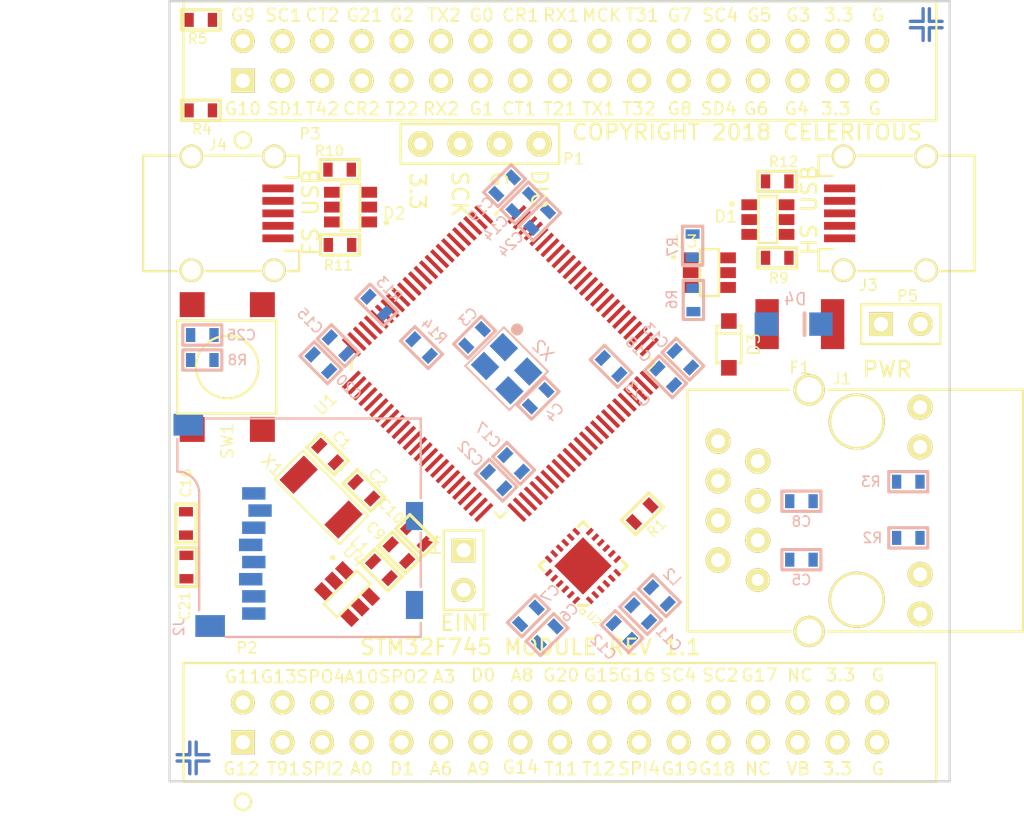
<source format=kicad_pcb>
(kicad_pcb (version 20221018) (generator pcbnew)
  (layers (0 "F.Cu" signal) (1 "In1.Cu" power "+3.3V") (2 "In2.Cu" power "GND") (31 "B.Cu" signal) (34 "B.Paste" user) (35 "F.Paste" user) (36 "B.SilkS" user "B.Silkscreen") (37 "F.SilkS" user "F.Silkscreen") (38 "B.Mask" user) (39 "F.Mask" user) (44 "Edge.Cuts" user))
  (net 0 "")
  (net 1 "/OSC32IN")
  (net 2 "GND")
  (net 3 "/OSC32OUT")
  (net 4 "/OSCHSIN")
  (net 5 "/OSCHSOUT")
  (net 6 "/USB_HS_DM")
  (net 7 "/USB_HS_DP")
  (net 8 "Net-(D1-Pad4)")
  (net 9 "Net-(D1-Pad6)")
  (net 10 "/USB_FS_DM")
  (net 11 "/USB_FS_DP")
  (net 12 "Net-(D2-Pad4)")
  (net 13 "Net-(D2-Pad6)")
  (net 14 "/SDMMC_D1")
  (net 15 "/SDMMC_D0")
  (net 16 "/SDMMC_CK")
  (net 17 "/SDMMC_CMD")
  (net 18 "/SDMMC_D3")
  (net 19 "/SDMMC_D2")
  (net 20 "/JTAG_SWDIO")
  (net 21 "/JTAG_SWCLK")
  (net 22 "/GPIO_11")
  (net 23 "/GPIO_12")
  (net 24 "/GPIO_13")
  (net 25 "/TIM9_CH1")
  (net 26 "/SPI4_MOSI")
  (net 27 "/ADC_10")
  (net 28 "/SPI2_MISO")
  (net 29 "/SPI2_MOSI")
  (net 30 "/ADC_0")
  (net 31 "/ADC_3")
  (net 32 "/DAC_1")
  (net 33 "/DAC_0")
  (net 34 "/ADC_6")
  (net 35 "/ADC_8")
  (net 36 "/ADC_9")
  (net 37 "/GPIO_20")
  (net 38 "/GPIO_14")
  (net 39 "/GPIO_15")
  (net 40 "/TIM1_CH1")
  (net 41 "/GPIO_16")
  (net 42 "/TIM1_CH2")
  (net 43 "/GPIO_17")
  (net 44 "/SPI4_MISO")
  (net 45 "/GPIO_18")
  (net 46 "/GPIO_19")
  (net 47 "/SPI2_SCK")
  (net 48 "/GPIO_9")
  (net 49 "/GPIO_10")
  (net 50 "/I2C1_SCL")
  (net 51 "/I2C1_SDA")
  (net 52 "/CAN2_TX")
  (net 53 "/TIM4_CH2")
  (net 54 "/GPIO_21")
  (net 55 "/CAN2_RX")
  (net 56 "/GPIO_2")
  (net 57 "/TIM2_CH2")
  (net 58 "/USART2_TX")
  (net 59 "/USART2_RX")
  (net 60 "/GPIO_0")
  (net 61 "/GPIO_1")
  (net 62 "/CAN1_RX")
  (net 63 "/CAN1_TX")
  (net 64 "/USART1_RX")
  (net 65 "/TIM2_CH1")
  (net 66 "/MCLKOUT")
  (net 67 "/USART1_TX")
  (net 68 "/TIM3_CH1")
  (net 69 "/TIM3_CH2")
  (net 70 "/GPIO_7")
  (net 71 "/GPIO_8")
  (net 72 "/I2C4_SCL")
  (net 73 "/I2C4_SDA")
  (net 74 "/GPIO_5")
  (net 75 "/GPIO_6")
  (net 76 "/GPIO_3")
  (net 77 "/GPIO_4")
  (net 78 "/ETH_MDC")
  (net 79 "/ETH_REF_CLK")
  (net 80 "/ETH_MDIO")
  (net 81 "/ETH_CRS_DV")
  (net 82 "/ETH_RXD0")
  (net 83 "/ETH_RXD1")
  (net 84 "/ETH_TXD0")
  (net 85 "/ETH_TXD1")
  (net 86 "Net-(J1-Pad9)")
  (net 87 "Net-(J1-Pad11)")
  (net 88 "/VBATT")
  (net 89 "/+3.3VANA")
  (net 90 "/VCAP1")
  (net 91 "/VCAP2")
  (net 92 "/ETH_RXM")
  (net 93 "/ETH_RXP")
  (net 94 "/ETH_TXM")
  (net 95 "/ETH_TXP")
  (net 96 "/ETH_TXC")
  (net 97 "Net-(C6-Pad1)")
  (net 98 "/ETH_RXC")
  (net 99 "/+3.3VETH")
  (net 100 "+3.3V")
  (net 101 "Net-(F1-Pad2)")
  (net 102 "/+3.3VEXT")
  (net 103 "/ETH_INT")
  (net 104 "Net-(R1-Pad2)")
  (net 105 "/ETH_LED")
  (net 106 "/+3.0VREF")
  (net 107 "/MCU_RST")
  (net 108 "Net-(C25-Pad1)")
  (net 109 "Net-(J3-Pad1)")
  (net 110 "Net-(J4-Pad1)")
  (net 111 "/SPI4_SCK")
  (net 112 "Net-(J1-Pad7)")
  (net 113 "Net-(J3-Pad4)")
  (net 114 "Net-(J4-Pad4)")
  (net 115 "Net-(P2-Pad27)")
  (net 116 "Net-(P2-Pad30)")
  (net 117 "/BOOT0")
  (net 118 "/ETH_TX_EN")
  (net 119 "Net-(U2-Pad7)")
  (net 120 "Net-(U2-Pad17)")
  (net 121 "/ETH_TXEN")
  (footprint "KiCad:P0603" (layer "F.Cu") (at 65.125 135.025 -45)
    (fp_text reference "C1")
    (fp_text value "12pF" hide)
  )
  (footprint "KiCad:P0603" (layer "F.Cu") (at 67.45 137.35 135)
    (fp_text reference "C2")
    (fp_text value "12pF" hide)
  )
  (footprint "KiCad:SOT23-6" (layer "F.Cu") (at 94.55 120 -90)
    (fp_text reference "D1")
    (fp_text value "USBLC6-2" hide)
  )
  (footprint "KiCad:SOT23-6" (layer "F.Cu") (at 65.4 119.2 90)
    (fp_text reference "D2")
    (fp_text value "USBLC6-2" hide)
  )
  (footprint "KiCad:CONNECTOR_ETHERNET_SI60062" (layer "F.Cu") (at 92.7 143.1 90)
    (fp_text reference "J1")
    (fp_text value "CONNECTOR_RJ45_SI-60062" hide)
  )
  (footprint "KiCad:CONN_USB_UX60-MB" (layer "F.Cu") (at 98 119.6 90)
    (fp_text reference "J3")
    (fp_text value "USB_MINI_B_SMD" hide)
  )
  (footprint "KiCad:CONN_USB_UX60-MB" (layer "F.Cu") (at 61.9 119.6 -90)
    (fp_text reference "J4")
    (fp_text value "USB_MINI_B_SMD" hide)
  )
  (footprint "KiCad:QFP_100_14X14_0.5" (layer "F.Cu") (at 76.2 129.225 45)
    (fp_text reference "U1")
    (fp_text value "STM32F745VE" hide)
  )
  (footprint "KiCad:QFN24_4X4mm_0.5mm_PWR" (layer "F.Cu") (at 81.5 142.2 135)
    (fp_text reference "U2")
    (fp_text value "KSZ8081RNA" hide)
  )
  (footprint "KiCad:SOT23-6" (layer "F.Cu") (at 90.8 123.4 -90)
    (fp_text reference "U3")
    (fp_text value "24AA02E64OT" hide)
  )
  (footprint "KiCad:XTAL_1.8X4.9mm" (layer "F.Cu") (at 63.275 136.35 -45)
    (fp_text reference "X1")
    (fp_text value "ABS10-32.768kHz" hide)
  )
  (footprint "KiCad:Header_2x17_Shrouded_100mil" (layer "F.Cu") (at 59.7 153.5)
    (fp_text reference "P2")
    (fp_text value "Header_2x17" hide)
  )
  (footprint "KiCad:Header_2x17_Shrouded_100mil" (layer "F.Cu") (at 59.7 111.1)
    (fp_text reference "P3")
    (fp_text value "Header_2x17" hide)
  )
  (footprint "KiCad:P0603" (layer "F.Cu") (at 69.7 141.35 -45)
    (fp_text reference "C9")
    (fp_text value "0.10uF" hide)
  )
  (footprint "KiCad:P0603" (layer "F.Cu") (at 70.825 140.25 -45)
    (fp_text reference "C10")
    (fp_text value "10.0uF" hide)
  )
  (footprint "KiCad:P0603" (layer "F.Cu") (at 56.05 139.475 90)
    (fp_text reference "C16")
    (fp_text value "0.10uF" hide)
  )
  (footprint "KiCad:P0603" (layer "F.Cu") (at 56.08 142.27 -90)
    (fp_text reference "C21")
    (fp_text value "10.0uF" hide)
  )
  (footprint "KiCad:SOD123" (layer "F.Cu") (at 90.85 128 -90)
    (fp_text reference "D3")
    (fp_text value "SMP3V3" hide)
  )
  (footprint "KiCad:P1812" (layer "F.Cu") (at 95.4 126.7)
    (fp_text reference "F1")
    (fp_text value "FUSE_PTC_.75A_33V" hide)
  )
  (footprint "KiCad:P0603" (layer "F.Cu") (at 68.575 142.45 135)
    (fp_text reference "L1")
    (fp_text value "FERRITE_BEAD" hide)
  )
  (footprint "KiCad:Header_2x1_Shrouded_100mil" (layer "F.Cu") (at 73.85 141.2 180)
    (fp_text reference "P4")
    (fp_text value "Header_2x1" hide)
  )
  (footprint "KiCad:Header_2x1_Shrouded_100mil" (layer "F.Cu") (at 100.6 126.7 -90)
    (fp_text reference "P5")
    (fp_text value "Header_2x1" hide)
  )
  (footprint "KiCad:P0603" (layer "F.Cu") (at 85.3 138.85 -135)
    (fp_text reference "R1")
    (fp_text value "6.49kΩ" hide)
  )
  (footprint "KiCad:SOT23-6" (layer "F.Cu") (at 67.225 144.85 -135)
    (fp_text reference "U4")
    (fp_text value "MCP1501-30" hide)
  )
  (footprint "KiCad:Connector_1x4_100mil_TH" (layer "F.Cu") (at 78.7 115.15 -90)
    (fp_text reference "P1")
    (fp_text value "CONN_1x4" hide)
  )
  (footprint "Kicad:P0603" (layer "F.Cu") (at 57 113 180)
    (fp_text reference "R4")
    (fp_text value "4.70kΩ" hide)
  )
  (footprint "Kicad:P0603" (layer "F.Cu") (at 57 107.2 180)
    (fp_text reference "R5")
    (fp_text value "4.70kΩ" hide)
  )
  (footprint "Kicad:SWITCH_6MM_PB" (layer "F.Cu") (at 58.7 129.45 -90)
    (fp_text reference "SW1")
    (fp_text value "PUSHBUTTON_SPST_6MM_SMD" hide)
  )
  (footprint "Kicad:FIDUCIAL_TOP" (layer "F.Cu") (at 56.5 154.5)
    (fp_text reference "REF03" hide)
    (fp_text value "FIDUCIAL_TOP" hide)
  )
  (footprint "Kicad:FIDUCIAL_TOP" (layer "F.Cu") (at 103.5 107.5)
    (fp_text reference "REF02" hide)
    (fp_text value "FIDUCIAL_TOP" hide)
  )
  (footprint "Kicad:FIDUCIAL_BOTTOM" (layer "F.Cu") (at 56.5 154.5)
    (fp_text reference "REF04" hide)
    (fp_text value "FIDUCIAL_BOTTOM" hide)
  )
  (footprint "Kicad:FIDUCIAL_BOTTOM" (layer "F.Cu") (at 103.5 107.5)
    (fp_text reference "REF01" hide)
    (fp_text value "FIDUCIAL_BOTTOM" hide)
  )
  (footprint "Kicad:P0603" (layer "F.Cu") (at 93.95 122.45)
    (fp_text reference "R9")
    (fp_text value "ZERO_Ω" hide)
  )
  (footprint "Kicad:P0603" (layer "F.Cu") (at 65.9 116.8 180)
    (fp_text reference "R10")
    (fp_text value "ZERO_Ω" hide)
  )
  (footprint "Kicad:P0603" (layer "F.Cu") (at 65.925 121.625 180)
    (fp_text reference "R11")
    (fp_text value "1.50kΩ" hide)
  )
  (footprint "Kicad:P0603" (layer "F.Cu") (at 93.95 117.55 180)
    (fp_text reference "R12")
    (fp_text value "1.50kΩ" hide)
  )
  (footprint "KiCad:P0603" (layer "B.Cu") (at 74.55 127.55 -135)
    (fp_text reference "C3")
    (fp_text value "12pF" hide)
  )
  (footprint "KiCad:P0603" (layer "B.Cu") (at 78.625 131.45 45)
    (fp_text reference "C4")
    (fp_text value "12pF" hide)
  )
  (footprint "KiCad:XTAL_3.2X2.5" (layer "B.Cu") (at 76.425 128.175 -45)
    (fp_text reference "X2")
    (fp_text value "ABM8G-12.00MHz" hide)
  )
  (footprint "KiCad:P0603" (layer "B.Cu") (at 95.5 141.8)
    (fp_text reference "C5")
    (fp_text value "0.10uF" hide)
  )
  (footprint "KiCad:P0603" (layer "B.Cu") (at 79.2 146.6 -135)
    (fp_text reference "C6")
    (fp_text value "0.10uF" hide)
  )
  (footprint "KiCad:P0603" (layer "B.Cu") (at 78 145.4 -135)
    (fp_text reference "C7")
    (fp_text value "2.2uF" hide)
  )
  (footprint "KiCad:P0603" (layer "B.Cu") (at 95.5 138.05)
    (fp_text reference "C8")
    (fp_text value "0.10uF" hide)
  )
  (footprint "KiCad:P0603" (layer "B.Cu") (at 85.2 145.25 -45)
    (fp_text reference "C11")
    (fp_text value "0.10uF" hide)
  )
  (footprint "KiCad:P0603" (layer "B.Cu") (at 84 146.4 -45)
    (fp_text reference "C12")
    (fp_text value "10.0uF" hide)
  )
  (footprint "KiCad:P0603" (layer "B.Cu") (at 87.9 128.95 -45)
    (fp_text reference "C13")
    (fp_text value "0.10uF" hide)
  )
  (footprint "KiCad:P0603" (layer "B.Cu") (at 77.575 118.925 45)
    (fp_text reference "C14")
    (fp_text value "0.10uF" hide)
  )
  (footprint "KiCad:P0603" (layer "B.Cu") (at 65.8 128.075 135)
    (fp_text reference "C15")
    (fp_text value "0.10uF" hide)
  )
  (footprint "KiCad:P0603" (layer "B.Cu") (at 77.05 135.625 135)
    (fp_text reference "C17")
    (fp_text value "0.10uF" hide)
  )
  (footprint "KiCad:P0603" (layer "B.Cu") (at 86.8 130.075 -45)
    (fp_text reference "C18")
    (fp_text value "10.0uF" hide)
  )
  (footprint "KiCad:P0603" (layer "B.Cu") (at 76.475 117.825 45)
    (fp_text reference "C19")
    (fp_text value "10.0uF" hide)
  )
  (footprint "KiCad:P0603" (layer "B.Cu") (at 64.7 129.175 135)
    (fp_text reference "C20")
    (fp_text value "10.0uF" hide)
  )
  (footprint "KiCad:P0603" (layer "B.Cu") (at 75.925 136.7 135)
    (fp_text reference "C22")
    (fp_text value "10.0uF" hide)
  )
  (footprint "KiCad:P0603" (layer "B.Cu") (at 83.3 129.4 135)
    (fp_text reference "C23")
    (fp_text value "2.2uF" hide)
  )
  (footprint "KiCad:P0603" (layer "B.Cu") (at 78.725 120 45)
    (fp_text reference "C24")
    (fp_text value "2.2uF" hide)
  )
  (footprint "KiCad:P0603" (layer "B.Cu") (at 86.4 144.1 135)
    (fp_text reference "L2")
    (fp_text value "FERRITE_BEAD" hide)
  )
  (footprint "KiCad:P0603" (layer "B.Cu") (at 102.35 140.4)
    (fp_text reference "R2")
    (fp_text value "220.0Ω" hide)
  )
  (footprint "KiCad:P0603" (layer "B.Cu") (at 102.35 136.8)
    (fp_text reference "R3")
    (fp_text value "220.0Ω" hide)
  )
  (footprint "Kicad:CONN_SDMICRO_3M" (layer "B.Cu") (at 58.5 146.75 -90)
    (fp_text reference "J2")
    (fp_text value "SOCKET_MICRO_SD_SMT_3M" hide)
  )
  (footprint "Kicad:P0603" (layer "B.Cu") (at 57.1 127.4 180)
    (fp_text reference "C25")
    (fp_text value "0.010uF" hide)
  )
  (footprint "Kicad:MINI_SMA" (layer "B.Cu") (at 95 126.7)
    (fp_text reference "D4")
    (fp_text value "D_Small" hide)
  )
  (footprint "Kicad:P0603" (layer "B.Cu") (at 88.575 125.15 -90)
    (fp_text reference "R6")
    (fp_text value "4.70kΩ" hide)
  )
  (footprint "Kicad:P0603" (layer "B.Cu") (at 88.525 121.675 90)
    (fp_text reference "R7")
    (fp_text value "4.70kΩ" hide)
  )
  (footprint "Kicad:P0603" (layer "B.Cu") (at 57.1 129)
    (fp_text reference "R8")
    (fp_text value "4.70kΩ" hide)
  )
  (footprint "Kicad:P0603" (layer "B.Cu") (at 68.275 125.475 -45)
    (fp_text reference "R13")
    (fp_text value "ZERO_Ω" hide)
  )
  (footprint "Kicad:P0603" (layer "B.Cu") (at 71.15 128.2 -45)
    (fp_text reference "R14")
    (fp_text value "4.70kΩ" hide)
  )
  (gr_line (start 105 106) (end 55 106) (stroke (width 0.15)) (layer "Edge.Cuts"))
  (gr_line (start 55 156) (end 105 156) (stroke (width 0.15)) (layer "Edge.Cuts"))
  (gr_line (start 105 156) (end 105 106) (stroke (width 0.15)) (layer "Edge.Cuts"))
  (gr_line (start 55 106) (end 55 156) (stroke (width 0.15)) (layer "Edge.Cuts"))
  (gr_text "G21" (at 67.5 106.9) (layer "F.SilkS") (effects (font (size 0.8 0.8) (thickness 0.12))))
  (gr_text "G8" (at 87.7 112.9) (layer "F.SilkS") (effects (font (size 0.8 0.8) (thickness 0.12))))
  (gr_text "SPI4" (at 85.1 155.2) (layer "F.SilkS") (effects (font (size 0.8 0.8) (thickness 0.12))))
  (gr_text "3.3" (at 97.8 155.2) (layer "F.SilkS") (effects (font (size 0.8 0.8) (thickness 0.12))))
  (gr_text "SC2" (at 90.3 149.2) (layer "F.SilkS") (effects (font (size 0.8 0.8) (thickness 0.12))))
  (gr_text "G17" (at 92.8 149.2) (layer "F.SilkS") (effects (font (size 0.8 0.8) (thickness 0.12))))
  (gr_text "SC4" (at 87.6 149.2) (layer "F.SilkS") (effects (font (size 0.8 0.8) (thickness 0.12))))
  (gr_text "FS USB" (at 64.05 119.525 90) (layer "F.SilkS") (effects (font (size 1 1))))
  (gr_text "DIO" (at 78.7 116.7 270) (layer "F.SilkS") (effects (font (size 1 1)) (justify left)))
  (gr_text "G15" (at 82.7 149.2) (layer "F.SilkS") (effects (font (size 0.8 0.8) (thickness 0.12))))
  (gr_text "T31" (at 85.3 106.9) (layer "F.SilkS") (effects (font (size 0.8 0.8) (thickness 0.12))))
  (gr_text "D1" (at 69.9 155.2) (layer "F.SilkS") (effects (font (size 0.8 0.8) (thickness 0.12))))
  (gr_text "G18" (at 90.1 155.2) (layer "F.SilkS") (effects (font (size 0.8 0.8) (thickness 0.12))))
  (gr_text "T12" (at 82.5 155.2) (layer "F.SilkS") (effects (font (size 0.8 0.8) (thickness 0.12))))
  (gr_text "G" (at 100.4 106.9) (layer "F.SilkS") (effects (font (size 0.8 0.8) (thickness 0.12))))
  (gr_text "G11" (at 59.7 149.3) (layer "F.SilkS") (effects (font (size 0.8 0.8) (thickness 0.12))))
  (gr_text "T32" (at 85.1 112.9) (layer "F.SilkS") (effects (font (size 0.8 0.8) (thickness 0.12))))
  (gr_text "G19" (at 87.7 155.2) (layer "F.SilkS") (effects (font (size 0.8 0.8) (thickness 0.12))))
  (gr_text "G" (at 100.2 112.9) (layer "F.SilkS") (effects (font (size 0.8 0.8) (thickness 0.12))))
  (gr_text "T91" (at 62.3 155.2) (layer "F.SilkS") (effects (font (size 0.8 0.8) (thickness 0.12))))
  (gr_text "SCK" (at 73.6 116.8 270) (layer "F.SilkS") (effects (font (size 1 1)) (justify left)))
  (gr_text "A10" (at 67.3 149.3) (layer "F.SilkS") (effects (font (size 0.8 0.8) (thickness 0.12))))
  (gr_text "G10" (at 59.7 112.9) (layer "F.SilkS") (effects (font (size 0.8 0.8) (thickness 0.12))))
  (gr_text "RX2" (at 72.4 112.9) (layer "F.SilkS") (effects (font (size 0.8 0.8) (thickness 0.12))))
  (gr_text "G4" (at 95.2 112.9) (layer "F.SilkS") (effects (font (size 0.8 0.8) (thickness 0.12))))
  (gr_text "MCK" (at 82.7 106.9) (layer "F.SilkS") (effects (font (size 0.8 0.8) (thickness 0.12))))
  (gr_text "T42" (at 64.8 112.9) (layer "F.SilkS") (effects (font (size 0.8 0.8) (thickness 0.12))))
  (gr_text "G5" (at 92.8 106.9) (layer "F.SilkS") (effects (font (size 0.8 0.8) (thickness 0.12))))
  (gr_text "G3" (at 95.3 106.9) (layer "F.SilkS") (effects (font (size 0.8 0.8) (thickness 0.12))))
  (gr_text "G14" (at 77.5 155.1) (layer "F.SilkS") (effects (font (size 0.8 0.8) (thickness 0.12))))
  (gr_text "SC4" (at 90.3 106.9) (layer "F.SilkS") (effects (font (size 0.8 0.8) (thickness 0.12))))
  (gr_text "SC1" (at 62.3 106.9) (layer "F.SilkS") (effects (font (size 0.8 0.8) (thickness 0.12))))
  (gr_text "G16" (at 85 149.2) (layer "F.SilkS") (effects (font (size 0.8 0.8) (thickness 0.12))))
  (gr_text "SPI2" (at 64.8 155.2) (layer "F.SilkS") (effects (font (size 0.8 0.8) (thickness 0.12))))
  (gr_text "CR2" (at 67.3 112.9) (layer "F.SilkS") (effects (font (size 0.8 0.8) (thickness 0.12))))
  (gr_text "3.3" (at 70.9 116.9 270) (layer "F.SilkS") (effects (font (size 1 1)) (justify left)))
  (gr_text "D0" (at 75.1 149.2) (layer "F.SilkS") (effects (font (size 0.8 0.8) (thickness 0.12))))
  (gr_text "CT1" (at 77.4 112.9) (layer "F.SilkS") (effects (font (size 0.8 0.8) (thickness 0.12))))
  (gr_text "RX1" (at 80.1 106.9) (layer "F.SilkS") (effects (font (size 0.8 0.8) (thickness 0.12))))
  (gr_text "G20" (at 80.1 149.2) (layer "F.SilkS") (effects (font (size 0.8 0.8) (thickness 0.12))))
  (gr_text "G13" (at 62 149.3) (layer "F.SilkS") (effects (font (size 0.8 0.8) (thickness 0.12))))
  (gr_text "T11" (at 80.1 155.2) (layer "F.SilkS") (effects (font (size 0.8 0.8) (thickness 0.12))))
  (gr_text "G1" (at 75 112.9) (layer "F.SilkS") (effects (font (size 0.8 0.8) (thickness 0.12))))
  (gr_text "NC" (at 95.4 149.2) (layer "F.SilkS") (effects (font (size 0.8 0.8) (thickness 0.12))))
  (gr_text "STM32F745 MODULE REV 1.1" (at 67.1 147.4) (layer "F.SilkS") (effects (font (size 1 1)) (justify left)))
  (gr_text "COPYRIGHT 2018 CELERITOUS " (at 80.7 114.4) (layer "F.SilkS") (effects (font (size 1 1)) (justify left)))
  (gr_text "A0" (at 67.3 155.2) (layer "F.SilkS") (effects (font (size 0.8 0.8) (thickness 0.12))))
  (gr_text "T21" (at 80 112.9) (layer "F.SilkS") (effects (font (size 0.8 0.8) (thickness 0.12))))
  (gr_text "A9" (at 74.8 155.2) (layer "F.SilkS") (effects (font (size 0.8 0.8) (thickness 0.12))))
  (gr_text "CT2" (at 64.8 106.9) (layer "F.SilkS") (effects (font (size 0.8 0.8) (thickness 0.12))))
  (gr_text "G9" (at 59.7 106.9) (layer "F.SilkS") (effects (font (size 0.8 0.8) (thickness 0.12))))
  (gr_text "SD4" (at 90.2 112.9) (layer "F.SilkS") (effects (font (size 0.8 0.8) (thickness 0.12))))
  (gr_text "SD1" (at 62.4 112.9) (layer "F.SilkS") (effects (font (size 0.8 0.8) (thickness 0.12))))
  (gr_text "G12" (at 59.6 155.2) (layer "F.SilkS") (effects (font (size 0.8 0.8) (thickness 0.12))))
  (gr_text "TX1" (at 82.5 112.9) (layer "F.SilkS") (effects (font (size 0.8 0.8) (thickness 0.12))))
  (gr_text "SPO2" (at 70 149.3) (layer "F.SilkS") (effects (font (size 0.8 0.8) (thickness 0.12))))
  (gr_text "A3" (at 72.6 149.3) (layer "F.SilkS") (effects (font (size 0.8 0.8) (thickness 0.12))))
  (gr_text "G" (at 76.1 116.8 270) (layer "F.SilkS") (effects (font (size 1 1)) (justify left)))
  (gr_text "EINT" (at 73.95 145.85) (layer "F.SilkS") (effects (font (size 1 1))))
  (gr_text "3.3" (at 98 149.2) (layer "F.SilkS") (effects (font (size 0.8 0.8) (thickness 0.12))))
  (gr_text "SPO4" (at 64.7 149.3) (layer "F.SilkS") (effects (font (size 0.8 0.8) (thickness 0.12))))
  (gr_text "G0" (at 75 106.9) (layer "F.SilkS") (effects (font (size 0.8 0.8) (thickness 0.12))))
  (gr_text "T22" (at 69.9 112.9) (layer "F.SilkS") (effects (font (size 0.8 0.8) (thickness 0.12))))
  (gr_text "A8" (at 77.6 149.2) (layer "F.SilkS") (effects (font (size 0.8 0.8) (thickness 0.12))))
  (gr_text "G6" (at 92.6 112.9) (layer "F.SilkS") (effects (font (size 0.8 0.8) (thickness 0.12))))
  (gr_text "CR1" (at 77.5 106.9) (layer "F.SilkS") (effects (font (size 0.8 0.8) (thickness 0.12))))
  (gr_text "HS USB" (at 96 119.4 90) (layer "F.SilkS") (effects (font (size 1 1))))
  (gr_text "3.3" (at 97.7 112.9) (layer "F.SilkS") (effects (font (size 0.8 0.8) (thickness 0.12))))
  (gr_text "TX2" (at 72.6 106.9) (layer "F.SilkS") (effects (font (size 0.8 0.8) (thickness 0.12))))
  (gr_text "G7" (at 87.7 106.9) (layer "F.SilkS") (effects (font (size 0.8 0.8) (thickness 0.12))))
  (gr_text "G" (at 100.4 155.2) (layer "F.SilkS") (effects (font (size 0.8 0.8) (thickness 0.12))))
  (gr_text "VB" (at 95.3 155.2) (layer "F.SilkS") (effects (font (size 0.8 0.8) (thickness 0.12))))
  (gr_text "PWR" (at 101 129.6) (layer "F.SilkS") (effects (font (size 1 1))))
  (gr_text "G" (at 100.4 149.2) (layer "F.SilkS") (effects (font (size 0.8 0.8) (thickness 0.12))))
  (gr_text "NC" (at 92.7 155.2) (layer "F.SilkS") (effects (font (size 0.8 0.8) (thickness 0.12))))
  (gr_text "G2" (at 69.9 106.9) (layer "F.SilkS") (effects (font (size 0.8 0.8) (thickness 0.12))))
  (gr_text "A6" (at 72.4 155.2) (layer "F.SilkS") (effects (font (size 0.8 0.8) (thickness 0.12))))
  (gr_text "3.3" (at 97.9 106.9) (layer "F.SilkS") (effects (font (size 0.8 0.8) (thickness 0.12))))
)
</source>
